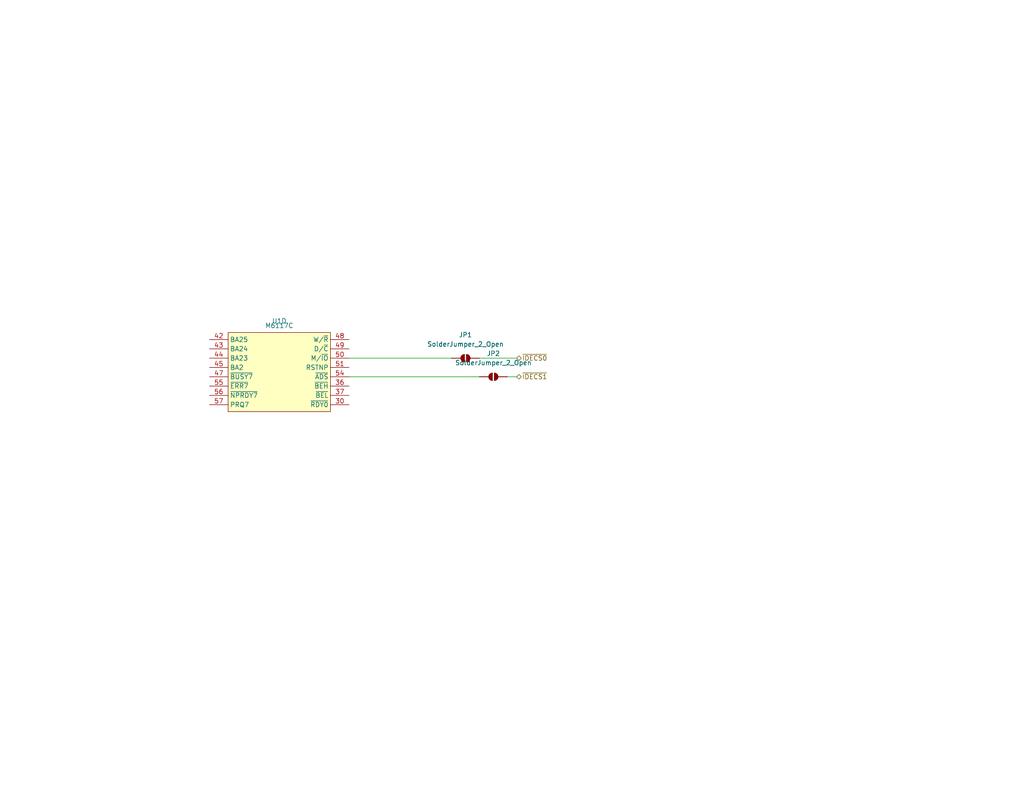
<source format=kicad_sch>
(kicad_sch (version 20250114) (generator "eeschema") (generator_version "9.0")
  (paper "USLetter")
  (lib_symbols
    (symbol "Jumper:SolderJumper_2_Open" (pin_numbers (hide yes)) (pin_names (offset 0) (hide yes)) (exclude_from_sim yes) (in_bom no)
      (property "Reference" "JP" (at 0 2.032 0))
      (property "Value" "SolderJumper_2_Open" (at 0 -2.54 0))
      (symbol "SolderJumper_2_Open_0_1"
        (polyline (pts (xy -0.254 1.016) (xy -0.254 -1.016)))
        (arc (start -0.254 -1.016) (mid -1.2656 0) (end -0.254 1.016))
        (arc (start -0.254 -1.016) (mid -1.2656 0) (end -0.254 1.016) (fill (type outline)))
        (arc (start 0.254 1.016) (mid 1.2656 0) (end 0.254 -1.016))
        (arc (start 0.254 1.016) (mid 1.2656 0) (end 0.254 -1.016) (fill (type outline)))
        (polyline (pts (xy 0.254 1.016) (xy 0.254 -1.016)))
      )
      (symbol "SolderJumper_2_Open_1_1"
        (pin passive line (at -3.81 0 0) (length 2.54) (name "A") (number "1"))
        (pin passive line (at 3.81 0 180) (length 2.54) (name "B") (number "2"))
      )
    )
    (symbol "pc-parts:M6117C"
      (property "Reference" "U" (at 0 0 0))
      (symbol "M6117C_1_0"
        (unit_name "Power")
        (pin power_in line (at -19.05 -12.7 90) (length 5.08) (name "GND") (number "8"))
        (pin power_in line (at -17.78 12.7 270) (length 5.08) (name "VCC") (number "197"))
        (pin power_in line (at -16.51 -12.7 90) (length 5.08) (name "GND") (number "31"))
        (pin power_in line (at -15.24 12.7 270) (length 5.08) (name "VCC") (number "182"))
        (pin power_in line (at -13.97 -12.7 90) (length 5.08) (name "GND") (number "40"))
        (pin power_in line (at -12.7 12.7 270) (length 5.08) (name "VCC") (number "157"))
        (pin power_in line (at -11.43 -12.7 90) (length 5.08) (name "GND") (number "52"))
        (pin power_in line (at -10.16 12.7 270) (length 5.08) (name "VCC") (number "150"))
        (pin power_in line (at -8.89 -12.7 90) (length 5.08) (name "GND") (number "65"))
        (pin power_in line (at -7.62 12.7 270) (length 5.08) (name "VCC") (number "137"))
        (pin power_in line (at -6.35 -12.7 90) (length 5.08) (name "GND") (number "81"))
        (pin power_in line (at -5.08 12.7 270) (length 5.08) (name "VCC") (number "125"))
        (pin power_in line (at -3.81 -12.7 90) (length 5.08) (name "GND") (number "94"))
        (pin power_in line (at -2.54 12.7 270) (length 5.08) (name "VCC") (number "105"))
        (pin power_in line (at -1.27 -12.7 90) (length 5.08) (name "GND") (number "104"))
        (pin power_in line (at 0 12.7 270) (length 5.08) (name "VCC") (number "85"))
        (pin power_in line (at 1.27 -12.7 90) (length 5.08) (name "GND") (number "118"))
        (pin power_in line (at 2.54 12.7 270) (length 5.08) (name "VCC") (number "76"))
        (pin power_in line (at 3.81 -12.7 90) (length 5.08) (name "GND") (number "121"))
        (pin power_in line (at 5.08 12.7 270) (length 5.08) (name "VCC") (number "59"))
        (pin power_in line (at 6.35 -12.7 90) (length 5.08) (name "GND") (number "132"))
        (pin power_in line (at 7.62 12.7 270) (length 5.08) (name "VCC") (number "53"))
        (pin power_in line (at 8.89 -12.7 90) (length 5.08) (name "GND") (number "156"))
        (pin power_in line (at 10.16 12.7 270) (length 5.08) (name "VCC") (number "46"))
        (pin power_in line (at 11.43 -12.7 90) (length 5.08) (name "GND") (number "161"))
        (pin power_in line (at 12.7 12.7 270) (length 5.08) (name "VCC") (number "38"))
        (pin power_in line (at 13.97 -12.7 90) (length 5.08) (name "GND") (number "169"))
        (pin power_in line (at 15.24 12.7 270) (length 5.08) (name "VCC") (number "15"))
        (pin power_in line (at 16.51 -12.7 90) (length 5.08) (name "GND") (number "188"))
        (pin power_in line (at 17.78 12.7 270) (length 5.08) (name "VCC") (number "1"))
        (pin power_in line (at 19.05 -12.7 90) (length 5.08) (name "GND") (number "208"))
      )
      (symbol "M6117C_1_1"
        (unit_name "Power")
        (rectangle (start -20.955 7.62) (end 20.955 -7.62) (fill (type background)))
      )
      (symbol "M6117C_2_0"
        (unit_name "RAM")
        (pin output line (at -19.05 31.75 0) (length 5.08) (name "MA0") (number "108"))
        (pin output line (at -19.05 29.21 0) (length 5.08) (name "MA1") (number "107"))
        (pin output line (at -19.05 26.67 0) (length 5.08) (name "MA2") (number "106"))
        (pin output line (at -19.05 24.13 0) (length 5.08) (name "MA3") (number "103"))
        (pin output line (at -19.05 21.59 0) (length 5.08) (name "MA4") (number "102"))
        (pin output line (at -19.05 19.05 0) (length 5.08) (name "MA5") (number "101"))
        (pin output line (at -19.05 16.51 0) (length 5.08) (name "MA6") (number "100"))
        (pin output line (at -19.05 13.97 0) (length 5.08) (name "MA7") (number "99"))
        (pin output line (at -19.05 11.43 0) (length 5.08) (name "MA8") (number "98"))
        (pin output line (at -19.05 8.89 0) (length 5.08) (name "MA9") (number "97"))
        (pin output line (at -19.05 6.35 0) (length 5.08) (name "MA10") (number "96"))
        (pin output line (at -19.05 3.81 0) (length 5.08) (name "MA11") (number "95"))
        (pin output line (at -19.05 -1.27 0) (length 5.08) (name "~{RAS0}") (number "84"))
        (pin output line (at -19.05 -3.81 0) (length 5.08) (name "~{RAS1}") (number "83"))
        (pin output line (at -19.05 -6.35 0) (length 5.08) (name "~{RAS2}") (number "82"))
        (pin output line (at -19.05 -8.89 0) (length 5.08) (name "~{RAS3}") (number "80"))
        (pin output line (at -19.05 -13.97 0) (length 5.08) (name "~{CAS0L}") (number "93"))
        (pin output line (at -19.05 -16.51 0) (length 5.08) (name "~{CAS0H}") (number "92"))
        (pin output line (at -19.05 -19.05 0) (length 5.08) (name "~{CAS1L}") (number "91"))
        (pin output line (at -19.05 -21.59 0) (length 5.08) (name "~{CAS1H}") (number "90"))
        (pin output line (at -19.05 -24.13 0) (length 5.08) (name "~{CAS2L}") (number "89"))
        (pin output line (at -19.05 -26.67 0) (length 5.08) (name "~{CAS2H}") (number "88"))
        (pin output line (at -19.05 -29.21 0) (length 5.08) (name "~{CAS3L}") (number "87"))
        (pin output line (at -19.05 -31.75 0) (length 5.08) (name "~{CAS3H}") (number "86"))
        (pin bidirectional line (at 19.05 31.75 180) (length 5.08) (name "BD0") (number "75"))
        (pin bidirectional line (at 19.05 29.21 180) (length 5.08) (name "BD1") (number "74"))
        (pin bidirectional line (at 19.05 26.67 180) (length 5.08) (name "BD2") (number "73"))
        (pin bidirectional line (at 19.05 24.13 180) (length 5.08) (name "BD3") (number "72"))
        (pin bidirectional line (at 19.05 21.59 180) (length 5.08) (name "BD4") (number "71"))
        (pin bidirectional line (at 19.05 19.05 180) (length 5.08) (name "BD5") (number "70"))
        (pin bidirectional line (at 19.05 16.51 180) (length 5.08) (name "BD6") (number "69"))
        (pin bidirectional line (at 19.05 13.97 180) (length 5.08) (name "BD7") (number "68"))
        (pin bidirectional line (at 19.05 11.43 180) (length 5.08) (name "BD8") (number "67"))
        (pin bidirectional line (at 19.05 8.89 180) (length 5.08) (name "BD9") (number "66"))
        (pin bidirectional line (at 19.05 6.35 180) (length 5.08) (name "BD10") (number "64"))
        (pin bidirectional line (at 19.05 3.81 180) (length 5.08) (name "BD11") (number "63"))
        (pin bidirectional line (at 19.05 1.27 180) (length 5.08) (name "BD12") (number "62"))
        (pin bidirectional line (at 19.05 -1.27 180) (length 5.08) (name "BD13") (number "61"))
        (pin bidirectional line (at 19.05 -3.81 180) (length 5.08) (name "BD14") (number "60"))
        (pin bidirectional line (at 19.05 -6.35 180) (length 5.08) (name "BD15") (number "58"))
        (pin bidirectional line (at 19.05 -11.43 180) (length 5.08) (name "PDH") (number "77"))
        (pin bidirectional line (at 19.05 -13.97 180) (length 5.08) (name "PDL") (number "78"))
        (pin output line (at 19.05 -19.05 180) (length 5.08) (name "~{WE}") (number "79"))
      )
      (symbol "M6117C_2_1"
        (unit_name "RAM")
        (rectangle (start -13.97 33.655) (end 13.97 -33.655) (fill (type background)))
      )
      (symbol "M6117C_3_0"
        (unit_name "RTC and ROM Interface")
        (pin power_in line (at -19.05 12.7 0) (length 5.08) (name "VBAT") (number "110"))
        (pin input line (at -19.05 7.62 0) (length 5.08) (name "XTAL1") (number "111"))
        (pin output line (at -19.05 5.08 0) (length 5.08) (name "XTAL2") (number "112"))
        (pin output line (at -19.05 0 0) (length 5.08) (name "AS") (number "109"))
        (pin output line (at -19.05 -5.08 0) (length 5.08) (name "~{RTCW}") (number "114"))
        (pin output line (at -19.05 -7.62 0) (length 5.08) (name "~{RTCR}") (number "115"))
        (pin input line (at -19.05 -12.7 0) (length 5.08) (name "~{IRQ8}") (number "116"))
        (pin bidirectional line (at 19.05 12.7 180) (length 5.08) (name "XD0") (number "136"))
        (pin bidirectional line (at 19.05 10.16 180) (length 5.08) (name "XD1") (number "135"))
        (pin bidirectional line (at 19.05 7.62 180) (length 5.08) (name "XD2") (number "134"))
        (pin bidirectional line (at 19.05 5.08 180) (length 5.08) (name "XD3") (number "133"))
        (pin bidirectional line (at 19.05 2.54 180) (length 5.08) (name "XD4") (number "131"))
        (pin bidirectional line (at 19.05 0 180) (length 5.08) (name "XD5") (number "130"))
        (pin bidirectional line (at 19.05 -2.54 180) (length 5.08) (name "XD6") (number "129"))
        (pin bidirectional line (at 19.05 -5.08 180) (length 5.08) (name "XD7") (number "128"))
        (pin bidirectional line (at 19.05 -10.16 180) (length 5.08) (name "~{ROMKBCS}") (number "119"))
      )
      (symbol "M6117C_3_1"
        (unit_name "RTC and ROM Interface")
        (rectangle (start -13.97 15.24) (end 13.97 -15.24) (fill (type background)))
      )
      (symbol "M6117C_4_0"
        (unit_name "NPU Interface")
        (pin output line (at -19.05 8.89 0) (length 5.08) (name "BA25") (number "42"))
        (pin output line (at -19.05 6.35 0) (length 5.08) (name "BA24") (number "43"))
        (pin output line (at -19.05 3.81 0) (length 5.08) (name "BA23") (number "44"))
        (pin output line (at -19.05 1.27 0) (length 5.08) (name "BA2") (number "45"))
        (pin input line (at -19.05 -1.27 0) (length 5.08) (name "~{BUSY7}") (number "47"))
        (pin input line (at -19.05 -3.81 0) (length 5.08) (name "~{ERR7}") (number "55"))
        (pin input line (at -19.05 -6.35 0) (length 5.08) (name "~{NPRDY7}") (number "56"))
        (pin input line (at -19.05 -8.89 0) (length 5.08) (name "PRQ7") (number "57"))
        (pin output line (at 19.05 8.89 180) (length 5.08) (name "W/~{R}") (number "48"))
        (pin output line (at 19.05 6.35 180) (length 5.08) (name "D/~{C}") (number "49"))
        (pin output line (at 19.05 3.81 180) (length 5.08) (name "M/~{IO}") (number "50"))
        (pin output line (at 19.05 1.27 180) (length 5.08) (name "RSTNP") (number "51"))
        (pin output line (at 19.05 -1.27 180) (length 5.08) (name "~{ADS}") (number "54"))
        (pin output line (at 19.05 -3.81 180) (length 5.08) (name "~{BEH}") (number "36"))
        (pin output line (at 19.05 -6.35 180) (length 5.08) (name "~{BEL}") (number "37"))
        (pin output line (at 19.05 -8.89 180) (length 5.08) (name "~{RDY0}") (number "30"))
      )
      (symbol "M6117C_4_1"
        (unit_name "NPU Interface")
        (rectangle (start -13.97 10.795) (end 13.97 -10.795) (fill (type background)))
      )
      (symbol "M6117C_5_0"
        (unit_name "Keyboard and Mouse")
        (pin bidirectional line (at 19.05 5.08 180) (length 5.08) (name "KBCLK") (number "122"))
        (pin bidirectional line (at 19.05 2.54 180) (length 5.08) (name "KBDATA") (number "123"))
        (pin bidirectional line (at 19.05 -2.54 180) (length 5.08) (name "MSCLK") (number "34"))
        (pin bidirectional line (at 19.05 -5.08 180) (length 5.08) (name "MSDATA/IRQ12") (number "155"))
      )
      (symbol "M6117C_5_1"
        (unit_name "Keyboard and Mouse")
        (rectangle (start -13.97 6.985) (end 13.97 -6.985) (fill (type background)))
      )
      (symbol "M6117C_6_0"
        (unit_name "ISA Interface")
        (pin input line (at -19.05 53.34 0) (length 5.08) (name "~{IO16}") (number "3"))
        (pin input line (at -19.05 50.8 0) (length 5.08) (name "~{MEM16}") (number "4"))
        (pin input line (at -19.05 48.26 0) (length 5.08) (name "~{IOCHK}") (number "196"))
        (pin input line (at -19.05 45.72 0) (length 5.08) (name "~{MASTER}") (number "198"))
        (pin bidirectional line (at -19.05 43.18 0) (length 5.08) (name "AEN") (number "199"))
        (pin bidirectional line (at -19.05 40.64 0) (length 5.08) (name "~{BHE}") (number "200"))
        (pin output line (at -19.05 38.1 0) (length 5.08) (name "TC") (number "14"))
        (pin bidirectional line (at -19.05 35.56 0) (length 5.08) (name "~{REFRESH}") (number "163"))
        (pin input line (at -19.05 33.02 0) (length 5.08) (name "IOCHRDY") (number "164"))
        (pin bidirectional line (at -19.05 30.48 0) (length 5.08) (name "~{IOR}") (number "166"))
        (pin bidirectional line (at -19.05 27.94 0) (length 5.08) (name "~{IOW}") (number "167"))
        (pin output line (at -19.05 25.4 0) (length 5.08) (name "~{SMEMR}") (number "168"))
        (pin output line (at -19.05 22.86 0) (length 5.08) (name "~{SMEMW}") (number "170"))
        (pin bidirectional line (at -19.05 20.32 0) (length 5.08) (name "~{MRD}") (number "171"))
        (pin bidirectional line (at -19.05 17.78 0) (length 5.08) (name "~{MWT}") (number "172"))
        (pin output line (at -19.05 15.24 0) (length 5.08) (name "BALE") (number "173"))
        (pin bidirectional line (at -19.05 10.16 0) (length 5.08) (name "~{DACK0}") (number "16"))
        (pin bidirectional line (at -19.05 7.62 0) (length 5.08) (name "DRQ0") (number "17"))
        (pin bidirectional line (at -19.05 5.08 0) (length 5.08) (name "~{DACK1}") (number "18"))
        (pin bidirectional line (at -19.05 2.54 0) (length 5.08) (name "DRQ1") (number "19"))
        (pin bidirectional line (at -19.05 0 0) (length 5.08) (name "~{DACK2}") (number "20"))
        (pin bidirectional line (at -19.05 -2.54 0) (length 5.08) (name "DRQ2") (number "21"))
        (pin bidirectional line (at -19.05 -5.08 0) (length 5.08) (name "~{DACK3}") (number "22"))
        (pin bidirectional line (at -19.05 -7.62 0) (length 5.08) (name "DRQ3") (number "23"))
        (pin bidirectional line (at -19.05 -10.16 0) (length 5.08) (name "~{DACK5}") (number "24"))
        (pin bidirectional line (at -19.05 -12.7 0) (length 5.08) (name "DRQ5") (number "25"))
        (pin bidirectional line (at -19.05 -15.24 0) (length 5.08) (name "~{DACK6}") (number "26"))
        (pin bidirectional line (at -19.05 -17.78 0) (length 5.08) (name "DRQ6") (number "27"))
        (pin bidirectional line (at -19.05 -20.32 0) (length 5.08) (name "~{DACK7}") (number "28"))
        (pin bidirectional line (at -19.05 -22.86 0) (length 5.08) (name "DRQ7") (number "29"))
        (pin bidirectional line (at -19.05 -27.94 0) (length 5.08) (name "IRQ1") (number "124"))
        (pin input line (at -19.05 -30.48 0) (length 5.08) (name "IRQ3") (number "152"))
        (pin input line (at -19.05 -33.02 0) (length 5.08) (name "IRQ4") (number "151"))
        (pin input line (at -19.05 -35.56 0) (length 5.08) (name "IRQ5") (number "149"))
        (pin input line (at -19.05 -38.1 0) (length 5.08) (name "IRQ6") (number "148"))
        (pin input line (at -19.05 -40.64 0) (length 5.08) (name "IRQ7") (number "147"))
        (pin input line (at -19.05 -43.18 0) (length 5.08) (name "IRQ9") (number "146"))
        (pin input line (at -19.05 -45.72 0) (length 5.08) (name "IRQ10") (number "153"))
        (pin input line (at -19.05 -48.26 0) (length 5.08) (name "IRQ11") (number "154"))
        (pin input line (at -19.05 -50.8 0) (length 5.08) (name "IRQ14") (number "158"))
        (pin input line (at -19.05 -53.34 0) (length 5.08) (name "IRQ15") (number "159"))
        (pin bidirectional line (at 19.05 55.88 180) (length 5.08) (name "SD0") (number "145"))
        (pin bidirectional line (at 19.05 53.34 180) (length 5.08) (name "SD1") (number "144"))
        (pin bidirectional line (at 19.05 50.8 180) (length 5.08) (name "SD2") (number "143"))
        (pin bidirectional line (at 19.05 48.26 180) (length 5.08) (name "SD3") (number "142"))
        (pin bidirectional line (at 19.05 45.72 180) (length 5.08) (name "SD4") (number "141"))
        (pin bidirectional line (at 19.05 43.18 180) (length 5.08) (name "SD5") (number "140"))
        (pin bidirectional line (at 19.05 40.64 180) (length 5.08) (name "SD6") (number "139"))
        (pin bidirectional line (at 19.05 38.1 180) (length 5.08) (name "SD7") (number "138"))
        (pin bidirectional line (at 19.05 35.56 180) (length 5.08) (name "SD8") (number "5"))
        (pin bidirectional line (at 19.05 33.02 180) (length 5.08) (name "SD9") (number "6"))
        (pin bidirectional line (at 19.05 30.48 180) (length 5.08) (name "SD10") (number "7"))
        (pin bidirectional line (at 19.05 27.94 180) (length 5.08) (name "SD11") (number "9"))
        (pin bidirectional line (at 19.05 25.4 180) (length 5.08) (name "SD12") (number "10"))
        (pin bidirectional line (at 19.05 22.86 180) (length 5.08) (name "SD13") (number "11"))
        (pin bidirectional line (at 19.05 20.32 180) (length 5.08) (name "SD14") (number "12"))
        (pin bidirectional line (at 19.05 17.78 180) (length 5.08) (name "SD15") (number "13"))
        (pin bidirectional line (at 19.05 12.7 180) (length 5.08) (name "SA0") (number "195"))
        (pin bidirectional line (at 19.05 10.16 180) (length 5.08) (name "SA1") (number "194"))
        (pin bidirectional line (at 19.05 7.62 180) (length 5.08) (name "SA2") (number "193"))
        (pin bidirectional line (at 19.05 5.08 180) (length 5.08) (name "SA3") (number "192"))
        (pin bidirectional line (at 19.05 2.54 180) (length 5.08) (name "SA4") (number "191"))
        (pin bidirectional line (at 19.05 0 180) (length 5.08) (name "SA5") (number "190"))
        (pin bidirectional line (at 19.05 -2.54 180) (length 5.08) (name "SA6") (number "189"))
        (pin bidirectional line (at 19.05 -5.08 180) (length 5.08) (name "SA7") (number "187"))
        (pin bidirectional line (at 19.05 -7.62 180) (length 5.08) (name "SA8") (number "186"))
        (pin bidirectional line (at 19.05 -10.16 180) (length 5.08) (name "SA9") (number "185"))
        (pin bidirectional line (at 19.05 -12.7 180) (length 5.08) (name "SA10") (number "184"))
        (pin bidirectional line (at 19.05 -15.24 180) (length 5.08) (name "SA11") (number "183"))
        (pin bidirectional line (at 19.05 -17.78 180) (length 5.08) (name "SA12") (number "181"))
        (pin bidirectional line (at 19.05 -20.32 180) (length 5.08) (name "SA13") (number "180"))
        (pin bidirectional line (at 19.05 -22.86 180) (length 5.08) (name "SA14") (number "179"))
        (pin bidirectional line (at 19.05 -25.4 180) (length 5.08) (name "SA15") (number "178"))
        (pin bidirectional line (at 19.05 -27.94 180) (length 5.08) (name "SA16") (number "177"))
        (pin bidirectional line (at 19.05 -30.48 180) (length 5.08) (name "~{HDEN}/SA17") (number "176"))
        (pin bidirectional line (at 19.05 -33.02 180) (length 5.08) (name "~{HDCS0}/SA18") (number "175"))
        (pin bidirectional line (at 19.05 -35.56 180) (length 5.08) (name "~{HDCS1}/SA19") (number "174"))
        (pin bidirectional line (at 19.05 -40.64 180) (length 5.08) (name "LA17") (number "207"))
        (pin bidirectional line (at 19.05 -43.18 180) (length 5.08) (name "LA18") (number "206"))
        (pin bidirectional line (at 19.05 -45.72 180) (length 5.08) (name "LA19") (number "205"))
        (pin bidirectional line (at 19.05 -48.26 180) (length 5.08) (name "LA20") (number "204"))
        (pin bidirectional line (at 19.05 -50.8 180) (length 5.08) (name "LA21") (number "203"))
        (pin bidirectional line (at 19.05 -53.34 180) (length 5.08) (name "LA22") (number "202"))
        (pin bidirectional line (at 19.05 -55.88 180) (length 5.08) (name "LA23") (number "201"))
      )
      (symbol "M6117C_6_1"
        (unit_name "ISA Interface")
        (rectangle (start -13.97 58.42) (end 13.97 -58.42) (fill (type background)))
      )
      (symbol "M6117C_7_0"
        (unit_name "Oscillators and Misc")
        (pin input line (at -19.05 12.7 0) (length 5.08) (name "BCLK2") (number "39"))
        (pin input line (at -19.05 10.16 0) (length 5.08) (name "OSC14M") (number "117"))
        (pin input line (at -19.05 5.08 0) (length 5.08) (name "PWG") (number "113"))
        (pin input line (at -19.05 0 0) (length 5.08) (name "~{TEST}") (number "2"))
        (pin input line (at -19.05 -5.08 0) (length 5.08) (name "~{NOWS}") (number "165"))
        (pin input line (at -19.05 -10.16 0) (length 5.08) (name "EXTSW2") (number "126"))
        (pin input line (at -19.05 -12.7 0) (length 5.08) (name "EXTSW1") (number "127"))
        (pin output line (at 19.05 12.7 180) (length 5.08) (name "BCLK1") (number "41"))
        (pin output line (at 19.05 10.16 180) (length 5.08) (name "CK7M") (number "120"))
        (pin output line (at 19.05 7.62 180) (length 5.08) (name "ATCLK") (number "160"))
        (pin output line (at 19.05 2.54 180) (length 5.08) (name "RSTDRV") (number "162"))
        (pin output line (at 19.05 -2.54 180) (length 5.08) (name "SPKR") (number "32"))
        (pin output line (at 19.05 -7.62 180) (length 5.08) (name "CPUSPD") (number "33"))
        (pin output line (at 19.05 -12.7 180) (length 5.08) (name "ENPOWER") (number "35"))
      )
      (symbol "M6117C_7_1"
        (unit_name "Oscillators and Misc")
        (rectangle (start -13.97 15.24) (end 13.97 -15.24) (fill (type background)))
      )
    )
  )
  (wire (pts (xy 95.25 102.87) (xy 130.81 102.87)))
  (wire (pts (xy 95.25 97.79) (xy 123.19 97.79)))
  (wire (pts (xy 130.81 97.79) (xy 140.97 97.79)))
  (wire (pts (xy 138.43 102.87) (xy 140.97 102.87)))
  (hierarchical_label "~{IDECS1}" (shape bidirectional) (at 140.97 102.87 0))
  (hierarchical_label "~{IDECS0}" (shape bidirectional) (at 140.97 97.79 0))
  (symbol (lib_id "Jumper:SolderJumper_2_Open") (at 127 97.79 0) (unit 1) (exclude_from_sim yes) (in_bom no)
    (property "Reference" "JP1" (at 127 91.44 0))
    (property "Value" "SolderJumper_2_Open" (at 127 93.98 0))
    (property "Footprint" "Jumper:SolderJumper-2_P1.3mm_Open_RoundedPad1.0x1.5mm" (effects (hide yes)))
    (property "Description" "Solder Jumper, 2-pole, open" (effects (hide yes)))
  )
  (symbol (lib_id "Jumper:SolderJumper_2_Open") (at 134.62 102.87 0) (unit 1) (exclude_from_sim yes) (in_bom no)
    (property "Reference" "JP2" (at 134.62 96.52 0))
    (property "Value" "SolderJumper_2_Open" (at 134.62 99.06 0))
    (property "Footprint" "Jumper:SolderJumper-2_P1.3mm_Open_RoundedPad1.0x1.5mm" (effects (hide yes)))
    (property "Description" "Solder Jumper, 2-pole, open" (effects (hide yes)))
  )
  (symbol (lib_id "pc-parts:M6117C") (at 76.2 101.6 0) (unit 4)
    (property "Reference" "U1" (at 76.2 87.63 0))
    (property "Value" "M6117C" (at 76.2 88.9 0))
    (property "Footprint" "Package_QFP:PQFP-208_28x28mm_P0.5mm" (effects (hide yes)))
  )
)
</source>
